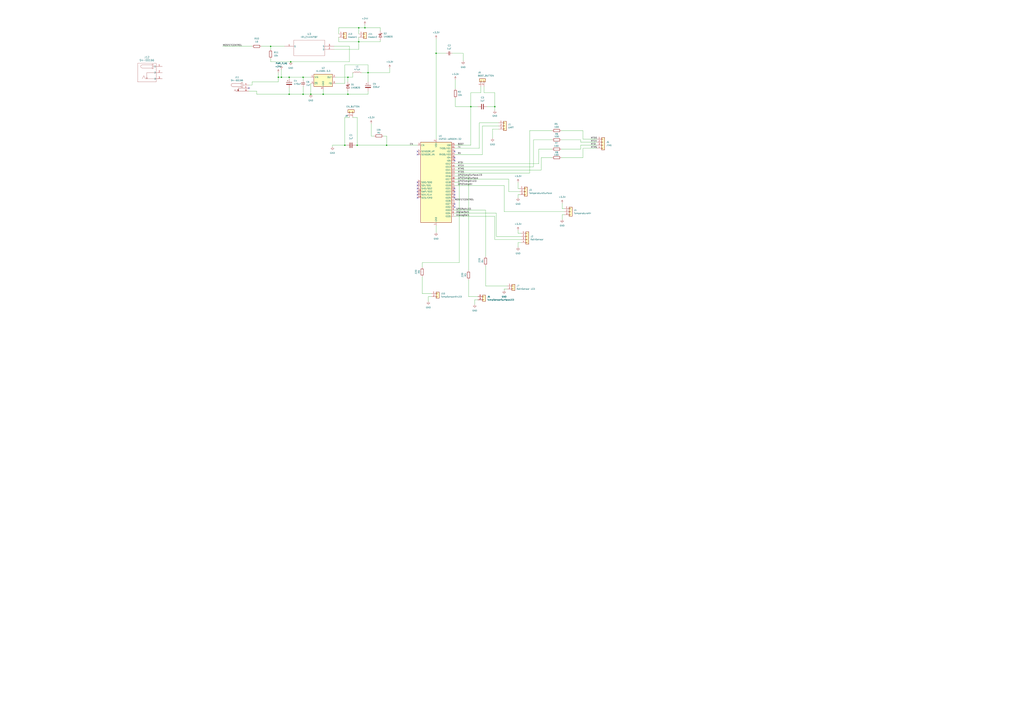
<source format=kicad_sch>
(kicad_sch (version 20250114) (generator "eeschema") (generator_version "9.0")
  (paper "A1")
  (lib_symbols
    (symbol "2025-02-28_21-13-51:54-00166" (pin_names (offset 0.254))
      (property "Reference" "J" (at -12.7 7.62 0))
      (property "Value" "54-00166" (at 0 0 0))
      (symbol "54-00166_1_1"
        (polyline (pts (xy -20.32 2.54) (xy -20.32 -12.7)) (stroke (width 0.127)))
        (polyline (pts (xy -20.32 -12.7) (xy -5.08 -12.7)) (stroke (width 0.127)))
        (arc (start -16.51 -1.27) (mid -17.7744 0) (end -16.51 1.27) (stroke (width 0.127)))
        (polyline (pts (xy -15.24 -7.62) (xy -16.51 -10.16)) (stroke (width 0.127)))
        (polyline (pts (xy -13.97 -10.16) (xy -15.24 -7.62)) (stroke (width 0.127)))
        (polyline (pts (xy -12.7 -5.08) (xy -12.7 -10.16)) (stroke (width 0.127)))
        (polyline (pts (xy -12.7 -10.16) (xy -13.335 -8.89)) (stroke (width 0.127)))
        (polyline (pts (xy -12.7 -10.16) (xy -12.065 -8.89)) (stroke (width 0.127)))
        (polyline (pts (xy -8.255 1.905) (xy -8.255 -1.905)) (stroke (width 0.127)))
        (polyline (pts (xy -8.255 1.905) (xy -7.62 1.905)) (stroke (width 0.127)))
        (polyline (pts (xy -8.255 1.27) (xy -16.51 1.27)) (stroke (width 0.127)))
        (polyline (pts (xy -8.255 -1.27) (xy -16.51 -1.27)) (stroke (width 0.127)))
        (polyline (pts (xy -8.255 -1.905) (xy -7.62 -1.905)) (stroke (width 0.127)))
        (polyline (pts (xy -7.62 -1.905) (xy -7.62 1.905)) (stroke (width 0.127)))
        (polyline (pts (xy -5.08 2.54) (xy -20.32 2.54)) (stroke (width 0.127)))
        (polyline (pts (xy -5.08 0) (xy -7.62 0)) (stroke (width 0.127)))
        (polyline (pts (xy -5.08 -5.08) (xy -12.7 -5.08)) (stroke (width 0.127)))
        (polyline (pts (xy -5.08 -10.16) (xy -13.97 -10.16)) (stroke (width 0.127)))
        (polyline (pts (xy -5.08 -12.7) (xy -5.08 2.54)) (stroke (width 0.127)))
        (pin unspecified line (at 0 0 180) (length 5.08) (name "1") (number "1"))
        (pin unspecified line (at 0 -5.08 180) (length 5.08) (name "2") (number "2"))
        (pin unspecified line (at 0 -10.16 180) (length 5.08) (name "3") (number "3"))
      )
      (symbol "54-00166_1_2"
        (polyline (pts (xy -12.7 2.54) (xy -12.7 -7.62)) (stroke (width 0.127)))
        (polyline (pts (xy -12.7 -7.62) (xy -5.08 -7.62)) (stroke (width 0.127)))
        (polyline (pts (xy -10.16 0) (xy -8.89 0.8467)) (stroke (width 0.127)))
        (polyline (pts (xy -10.16 0) (xy -8.89 -0.8467)) (stroke (width 0.127)))
        (polyline (pts (xy -10.16 0) (xy -5.08 0)) (stroke (width 0.127)))
        (polyline (pts (xy -10.16 -2.54) (xy -8.89 -1.6933)) (stroke (width 0.127)))
        (polyline (pts (xy -10.16 -2.54) (xy -8.89 -3.3867)) (stroke (width 0.127)))
        (polyline (pts (xy -10.16 -2.54) (xy -5.08 -2.54)) (stroke (width 0.127)))
        (polyline (pts (xy -10.16 -5.08) (xy -8.89 -4.2333)) (stroke (width 0.127)))
        (polyline (pts (xy -10.16 -5.08) (xy -8.89 -5.9267)) (stroke (width 0.127)))
        (polyline (pts (xy -10.16 -5.08) (xy -5.08 -5.08)) (stroke (width 0.127)))
        (polyline (pts (xy -5.08 2.54) (xy -12.7 2.54)) (stroke (width 0.127)))
        (polyline (pts (xy -5.08 -7.62) (xy -5.08 2.54)) (stroke (width 0.127)))
        (pin unspecified line (at 0 0 180) (length 5.08) (name "1") (number "1"))
        (pin unspecified line (at 0 -2.54 180) (length 5.08) (name "2") (number "2"))
        (pin unspecified line (at 0 -5.08 180) (length 5.08) (name "3") (number "3"))
      )
    )
    (symbol "2025-03-01_18-42-33:IRLZ44NPBF" (pin_names (offset 0.254))
      (property "Reference" "U" (at 20.32 10.16 0))
      (property "Value" "IRLZ44NPBF" (at 20.32 7.62 0))
      (symbol "IRLZ44NPBF_0_1"
        (polyline (pts (xy 7.62 5.08) (xy 7.62 -7.62)) (stroke (width 0.127)))
        (polyline (pts (xy 7.62 -7.62) (xy 33.02 -7.62)) (stroke (width 0.127)))
        (polyline (pts (xy 33.02 5.08) (xy 7.62 5.08)) (stroke (width 0.127)))
        (polyline (pts (xy 33.02 -7.62) (xy 33.02 5.08)) (stroke (width 0.127)))
        (pin unspecified line (at 0 0 0) (length 7.62) (name "G") (number "1"))
        (pin unspecified line (at 40.64 0 180) (length 7.62) (name "S") (number "3"))
        (pin unspecified line (at 40.64 -2.54 180) (length 7.62) (name "D") (number "2"))
      )
    )
    (symbol "54-00166:54-00166" (pin_names (offset 1.016))
      (property "Reference" "J" (at -7.62 5.08 0))
      (property "Value" "54-00166" (at -7.62 -5.08 0))
      (symbol "54-00166_0_0"
        (polyline (pts (xy -8.255 3.81) (xy -1.27 3.81)) (stroke (width 0.1524)))
        (arc (start -8.255 1.27) (mid -9.5194 2.54) (end -8.255 3.81) (stroke (width 0.1524)))
        (polyline (pts (xy -6.35 -1.27) (xy -6.985 -2.54)) (stroke (width 0.1524)))
        (polyline (pts (xy -5.715 -2.54) (xy -6.35 -1.27)) (stroke (width 0.1524)))
        (polyline (pts (xy -3.81 0) (xy -3.81 -2.54)) (stroke (width 0.1524)))
        (polyline (pts (xy -3.81 -2.54) (xy -4.318 -1.27) (xy -3.302 -1.27) (xy -3.81 -2.54)) (stroke (width 0.1524)) (fill (type outline)))
        (polyline (pts (xy -1.27 4.445) (xy -1.27 3.81)) (stroke (width 0.1524)))
        (polyline (pts (xy -1.27 3.81) (xy -1.27 1.27)) (stroke (width 0.1524)))
        (polyline (pts (xy -1.27 1.27) (xy -8.255 1.27)) (stroke (width 0.1524)))
        (polyline (pts (xy -1.27 1.27) (xy -1.27 0.635)) (stroke (width 0.1524)))
        (polyline (pts (xy -1.27 0.635) (xy 0 0.635)) (stroke (width 0.1524)))
        (polyline (pts (xy 0 4.445) (xy -1.27 4.445)) (stroke (width 0.1524)))
        (polyline (pts (xy 0 0.635) (xy 0 4.445)) (stroke (width 0.1524)))
        (polyline (pts (xy 0 0) (xy -3.81 0)) (stroke (width 0.1524)))
        (polyline (pts (xy 0 -2.54) (xy -5.715 -2.54)) (stroke (width 0.1524)))
        (pin passive line (at 5.08 2.54 180) (length 5.08) (name "~") (number "A"))
        (pin passive line (at 5.08 0 180) (length 5.08) (name "~") (number "C"))
        (pin passive line (at 5.08 -2.54 180) (length 5.08) (name "~") (number "B"))
      )
    )
    (symbol "Connector_Generic:Conn_01x02" (pin_names (offset 1.016) (hide yes))
      (property "Reference" "J" (at 0 2.54 0))
      (property "Value" "Conn_01x02" (at 0 -5.08 0))
      (symbol "Conn_01x02_1_1"
        (rectangle (start -1.27 1.27) (end 1.27 -3.81) (stroke (width 0.254)) (fill (type background)))
        (rectangle (start -1.27 0.127) (end 0 -0.127) (stroke (width 0.1524)))
        (rectangle (start -1.27 -2.413) (end 0 -2.667) (stroke (width 0.1524)))
        (pin passive line (at -5.08 0 0) (length 3.81) (name "Pin_1") (number "1"))
        (pin passive line (at -5.08 -2.54 0) (length 3.81) (name "Pin_2") (number "2"))
      )
    )
    (symbol "Connector_Generic:Conn_01x03" (pin_names (offset 1.016) (hide yes))
      (property "Reference" "J" (at 0 5.08 0))
      (property "Value" "Conn_01x03" (at 0 -5.08 0))
      (symbol "Conn_01x03_1_1"
        (rectangle (start -1.27 3.81) (end 1.27 -3.81) (stroke (width 0.254)) (fill (type background)))
        (rectangle (start -1.27 2.667) (end 0 2.413) (stroke (width 0.1524)))
        (rectangle (start -1.27 0.127) (end 0 -0.127) (stroke (width 0.1524)))
        (rectangle (start -1.27 -2.413) (end 0 -2.667) (stroke (width 0.1524)))
        (pin passive line (at -5.08 2.54 0) (length 3.81) (name "Pin_1") (number "1"))
        (pin passive line (at -5.08 0 0) (length 3.81) (name "Pin_2") (number "2"))
        (pin passive line (at -5.08 -2.54 0) (length 3.81) (name "Pin_3") (number "3"))
      )
    )
    (symbol "Connector_Generic:Conn_01x04" (pin_names (offset 1.016) (hide yes))
      (property "Reference" "J" (at 0 5.08 0))
      (property "Value" "Conn_01x04" (at 0 -7.62 0))
      (symbol "Conn_01x04_1_1"
        (rectangle (start -1.27 3.81) (end 1.27 -6.35) (stroke (width 0.254)) (fill (type background)))
        (rectangle (start -1.27 2.667) (end 0 2.413) (stroke (width 0.1524)))
        (rectangle (start -1.27 0.127) (end 0 -0.127) (stroke (width 0.1524)))
        (rectangle (start -1.27 -2.413) (end 0 -2.667) (stroke (width 0.1524)))
        (rectangle (start -1.27 -4.953) (end 0 -5.207) (stroke (width 0.1524)))
        (pin passive line (at -5.08 2.54 0) (length 3.81) (name "Pin_1") (number "1"))
        (pin passive line (at -5.08 0 0) (length 3.81) (name "Pin_2") (number "2"))
        (pin passive line (at -5.08 -2.54 0) (length 3.81) (name "Pin_3") (number "3"))
        (pin passive line (at -5.08 -5.08 0) (length 3.81) (name "Pin_4") (number "4"))
      )
    )
    (symbol "Device:C" (pin_numbers (hide yes)) (pin_names (offset 0.254))
      (property "Reference" "C" (at 0.635 2.54 0))
      (property "Value" "C" (at 0.635 -2.54 0))
      (symbol "C_0_1"
        (polyline (pts (xy -2.032 0.762) (xy 2.032 0.762)) (stroke (width 0.508)))
        (polyline (pts (xy -2.032 -0.762) (xy 2.032 -0.762)) (stroke (width 0.508)))
      )
      (symbol "C_1_1"
        (pin passive line (at 0 3.81 270) (length 2.794) (name "~") (number "1"))
        (pin passive line (at 0 -3.81 90) (length 2.794) (name "~") (number "2"))
      )
    )
    (symbol "Device:C_Polarized" (pin_numbers (hide yes)) (pin_names (offset 0.254))
      (property "Reference" "C" (at 0.635 2.54 0))
      (property "Value" "C_Polarized" (at 0.635 -2.54 0))
      (symbol "C_Polarized_0_1"
        (rectangle (start -2.286 0.508) (end 2.286 1.016))
        (polyline (pts (xy -1.778 2.286) (xy -0.762 2.286)))
        (polyline (pts (xy -1.27 2.794) (xy -1.27 1.778)))
        (rectangle (start 2.286 -0.508) (end -2.286 -1.016) (fill (type outline)))
      )
      (symbol "C_Polarized_1_1"
        (pin passive line (at 0 3.81 270) (length 2.794) (name "~") (number "1"))
        (pin passive line (at 0 -3.81 90) (length 2.794) (name "~") (number "2"))
      )
    )
    (symbol "Device:C_Small" (pin_numbers (hide yes)) (pin_names (offset 0.254) (hide yes))
      (property "Reference" "C" (at 0.254 1.778 0))
      (property "Value" "C_Small" (at 0.254 -2.032 0))
      (symbol "C_Small_0_1"
        (polyline (pts (xy -1.524 0.508) (xy 1.524 0.508)) (stroke (width 0.3048)))
        (polyline (pts (xy -1.524 -0.508) (xy 1.524 -0.508)) (stroke (width 0.3302)))
      )
      (symbol "C_Small_1_1"
        (pin passive line (at 0 2.54 270) (length 2.032) (name "~") (number "1"))
        (pin passive line (at 0 -2.54 90) (length 2.032) (name "~") (number "2"))
      )
    )
    (symbol "Device:L" (pin_numbers (hide yes)) (pin_names (offset 1.016) (hide yes))
      (property "Reference" "L" (at -1.27 0 90))
      (property "Value" "L" (at 1.905 0 90))
      (symbol "L_0_1"
        (arc (start 0 2.54) (mid 0.6323 1.905) (end 0 1.27))
        (arc (start 0 1.27) (mid 0.6323 0.635) (end 0 0))
        (arc (start 0 0) (mid 0.6323 -0.635) (end 0 -1.27))
        (arc (start 0 -1.27) (mid 0.6323 -1.905) (end 0 -2.54))
      )
      (symbol "L_1_1"
        (pin passive line (at 0 3.81 270) (length 1.27) (name "1") (number "1"))
        (pin passive line (at 0 -3.81 90) (length 1.27) (name "2") (number "2"))
      )
    )
    (symbol "Device:R" (pin_numbers (hide yes)) (pin_names (offset 0))
      (property "Reference" "R" (at 2.032 0 90))
      (property "Value" "R" (at 0 0 90))
      (symbol "R_0_1"
        (rectangle (start -1.016 -2.54) (end 1.016 2.54) (stroke (width 0.254)))
      )
      (symbol "R_1_1"
        (pin passive line (at 0 3.81 270) (length 1.27) (name "~") (number "1"))
        (pin passive line (at 0 -3.81 90) (length 1.27) (name "~") (number "2"))
      )
    )
    (symbol "Diode:1N5820" (pin_numbers (hide yes)) (pin_names (offset 1.016) (hide yes))
      (property "Reference" "D" (at 0 2.54 0))
      (property "Value" "1N5820" (at 0 -2.54 0))
      (symbol "1N5820_0_1"
        (polyline (pts (xy -1.905 0.635) (xy -1.905 1.27) (xy -1.27 1.27) (xy -1.27 -1.27) (xy -0.635 -1.27) (xy -0.635 -0.635)) (stroke (width 0.254)))
        (polyline (pts (xy 1.27 1.27) (xy 1.27 -1.27) (xy -1.27 0) (xy 1.27 1.27)) (stroke (width 0.254)))
        (polyline (pts (xy 1.27 0) (xy -1.27 0)))
      )
      (symbol "1N5820_1_1"
        (pin passive line (at -3.81 0 0) (length 2.54) (name "K") (number "1"))
        (pin passive line (at 3.81 0 180) (length 2.54) (name "A") (number "2"))
      )
    )
    (symbol "ESP32-WROOM-32_1"
      (property "Reference" "U" (at -12.7 34.29 0))
      (property "Value" "ESP32-WROOM-32" (at 1.27 34.29 0))
      (symbol "ESP32-WROOM-32_1_0_1"
        (rectangle (start -12.7 33.02) (end 12.7 -33.02) (stroke (width 0.254)) (fill (type background)))
      )
      (symbol "ESP32-WROOM-32_1_1_1"
        (pin input line (at -15.24 30.48 0) (length 2.54) (name "EN") (number "3"))
        (pin input line (at -15.24 25.4 0) (length 2.54) (name "SENSOR_VP") (number "4"))
        (pin input line (at -15.24 22.86 0) (length 2.54) (name "SENSOR_VN") (number "5"))
        (pin bidirectional line (at -15.24 0 0) (length 2.54) (name "SDO/SD0") (number "21"))
        (pin bidirectional line (at -15.24 -2.54 0) (length 2.54) (name "SDI/SD1") (number "22"))
        (pin bidirectional line (at -15.24 -5.08 0) (length 2.54) (name "SHD/SD2") (number "17"))
        (pin bidirectional line (at -15.24 -7.62 0) (length 2.54) (name "SWP/SD3") (number "18"))
        (pin bidirectional line (at -15.24 -10.16 0) (length 2.54) (name "SCK/CLK") (number "20"))
        (pin bidirectional line (at -15.24 -12.7 0) (length 2.54) (name "SCS/CMD") (number "19"))
        (pin no_connect line (at -12.7 -27.94 0) (length 2.54) (hide yes) (name "NC") (number "32"))
        (pin power_in line (at 0 35.56 270) (length 2.54) (name "VDD") (number "2"))
        (pin power_in line (at 0 -35.56 90) (length 2.54) (name "GND") (number "1"))
        (pin passive line (at 0 -35.56 90) (length 2.54) (hide yes) (name "GND") (number "15"))
        (pin passive line (at 0 -35.56 90) (length 2.54) (hide yes) (name "GND") (number "38"))
        (pin passive line (at 0 -35.56 90) (length 2.54) (hide yes) (name "GND") (number "39"))
        (pin bidirectional line (at 15.24 30.48 180) (length 2.54) (name "IO0") (number "25"))
        (pin bidirectional line (at 15.24 27.94 180) (length 2.54) (name "TXD0/IO1") (number "35"))
        (pin bidirectional line (at 15.24 25.4 180) (length 2.54) (name "IO2") (number "24"))
        (pin bidirectional line (at 15.24 22.86 180) (length 2.54) (name "RXD0/IO3") (number "34"))
        (pin bidirectional line (at 15.24 20.32 180) (length 2.54) (name "IO4") (number "26"))
        (pin bidirectional line (at 15.24 17.78 180) (length 2.54) (name "IO5") (number "29"))
        (pin bidirectional line (at 15.24 15.24 180) (length 2.54) (name "IO12") (number "14"))
        (pin bidirectional line (at 15.24 12.7 180) (length 2.54) (name "IO13") (number "16"))
        (pin bidirectional line (at 15.24 10.16 180) (length 2.54) (name "IO14") (number "13"))
        (pin bidirectional line (at 15.24 7.62 180) (length 2.54) (name "IO15") (number "23"))
        (pin bidirectional line (at 15.24 5.08 180) (length 2.54) (name "IO16") (number "27"))
        (pin bidirectional line (at 15.24 2.54 180) (length 2.54) (name "IO17") (number "28"))
        (pin bidirectional line (at 15.24 0 180) (length 2.54) (name "IO18") (number "30"))
        (pin bidirectional line (at 15.24 -2.54 180) (length 2.54) (name "IO19") (number "31"))
        (pin bidirectional line (at 15.24 -5.08 180) (length 2.54) (name "IO21") (number "33"))
        (pin bidirectional line (at 15.24 -7.62 180) (length 2.54) (name "IO22") (number "36"))
        (pin bidirectional line (at 15.24 -10.16 180) (length 2.54) (name "IO23") (number "37"))
        (pin bidirectional line (at 15.24 -12.7 180) (length 2.54) (name "IO25") (number "10"))
        (pin bidirectional line (at 15.24 -15.24 180) (length 2.54) (name "IO26") (number "11"))
        (pin bidirectional line (at 15.24 -17.78 180) (length 2.54) (name "IO27") (number "12"))
        (pin bidirectional line (at 15.24 -20.32 180) (length 2.54) (name "IO32") (number "8"))
        (pin bidirectional line (at 15.24 -22.86 180) (length 2.54) (name "IO33") (number "9"))
        (pin input line (at 15.24 -25.4 180) (length 2.54) (name "IO34") (number "6"))
        (pin input line (at 15.24 -27.94 180) (length 2.54) (name "IO35") (number "7"))
      )
    )
    (symbol "Regulator_Switching:XL1509-3.3"
      (property "Reference" "U" (at -7.112 6.096 0))
      (property "Value" "XL1509-3.3" (at 5.842 6.096 0))
      (symbol "XL1509-3.3_0_1"
        (rectangle (start -7.62 5.08) (end 7.62 -5.08) (stroke (width 0.254)) (fill (type background)))
      )
      (symbol "XL1509-3.3_1_1"
        (pin power_in line (at -10.16 2.54 0) (length 2.54) (name "VIN") (number "1"))
        (pin input line (at -10.16 -2.54 0) (length 2.54) (name "~{EN}") (number "4"))
        (pin power_in line (at 0 -7.62 90) (length 2.54) (name "GND") (number "5"))
        (pin passive line (at 0 -7.62 90) (length 2.54) (hide yes) (name "GND") (number "6"))
        (pin passive line (at 0 -7.62 90) (length 2.54) (hide yes) (name "GND") (number "7"))
        (pin passive line (at 0 -7.62 90) (length 2.54) (hide yes) (name "GND") (number "8"))
        (pin power_out line (at 10.16 2.54 180) (length 2.54) (name "OUT") (number "2"))
        (pin input line (at 10.16 -2.54 180) (length 2.54) (name "FB") (number "3"))
      )
    )
    (symbol "power:+3.3V" (power) (pin_names (offset 0))
      (property "Value" "+3.3V" (at 0 3.556 0))
      (symbol "+3.3V_0_1"
        (polyline (pts (xy -0.762 1.27) (xy 0 2.54)))
        (polyline (pts (xy 0 2.54) (xy 0.762 1.27)))
        (polyline (pts (xy 0 0) (xy 0 2.54)))
      )
      (symbol "+3.3V_1_1"
        (pin power_in line (at 0 0 90) (length 0) (hide yes) (name "+3.3V") (number "1"))
      )
    )
    (symbol "power:GND" (power) (pin_names (offset 0))
      (property "Value" "GND" (at 0 -3.81 0))
      (symbol "GND_0_1"
        (polyline (pts (xy 0 0) (xy 0 -1.27) (xy 1.27 -1.27) (xy 0 -2.54) (xy -1.27 -1.27) (xy 0 -1.27)))
      )
      (symbol "GND_1_1"
        (pin power_in line (at 0 0 270) (length 0) (hide yes) (name "GND") (number "1"))
      )
    )
    (symbol "power:PWR_FLAG" (power) (pin_numbers (hide yes)) (pin_names (offset 0) (hide yes))
      (property "Value" "PWR_FLAG" (at 0 3.81 0))
      (symbol "PWR_FLAG_0_0"
        (pin power_out line (at 0 0 90) (length 0) (name "pwr") (number "1"))
      )
      (symbol "PWR_FLAG_0_1"
        (polyline (pts (xy 0 0) (xy 0 1.27) (xy -1.016 1.905) (xy 0 2.54) (xy 1.016 1.905) (xy 0 1.27)))
      )
    )
  )
  (junction (at 238.76 50.8))
  (junction (at 228.6 63.5))
  (junction (at 302.26 59.69))
  (junction (at 237.49 77.47))
  (junction (at 237.49 63.5))
  (junction (at 285.75 63.5))
  (junction (at 293.37 119.38))
  (junction (at 248.92 63.5))
  (junction (at 317.5 119.38))
  (junction (at 299.72 22.86))
  (junction (at 283.21 119.38))
  (junction (at 294.64 34.29))
  (junction (at 358.14 43.815))
  (junction (at 265.43 77.47))
  (junction (at 255.27 77.47))
  (junction (at 231.14 63.5))
  (junction (at 222.25 38.1))
  (junction (at 294.64 22.86))
  (junction (at 386.715 87.63))
  (junction (at 285.75 77.47))
  (junction (at 406.4 87.63))
  (junction (at 248.92 77.47))
  (no_connect (at 373.38 124.46))
  (no_connect (at 342.9 124.46))
  (no_connect (at 373.38 129.54))
  (no_connect (at 342.9 154.94))
  (no_connect (at 373.38 170.18))
  (no_connect (at 373.38 160.02))
  (no_connect (at 373.38 154.94))
  (no_connect (at 342.9 162.56))
  (no_connect (at 342.9 149.86))
  (no_connect (at 373.38 167.64))
  (no_connect (at 373.38 162.56))
  (no_connect (at 373.38 157.48))
  (no_connect (at 342.9 160.02))
  (no_connect (at 204.47 72.39))
  (no_connect (at 373.38 132.08))
  (no_connect (at 342.9 152.4))
  (no_connect (at 342.9 157.48))
  (no_connect (at 342.9 127))
  (wire (pts (xy 373.38 119.38) (xy 386.715 119.38)))
  (wire (pts (xy 396.24 103.505) (xy 396.24 127)))
  (wire (pts (xy 438.15 137.16) (xy 438.15 114.935)))
  (wire (pts (xy 398.78 172.72) (xy 398.78 210.82)))
  (wire (pts (xy 373.38 134.62) (xy 442.595 134.62)))
  (wire (pts (xy 312.42 25.4) (xy 312.42 22.86)))
  (wire (pts (xy 476.885 114.935) (xy 476.885 116.84)))
  (wire (pts (xy 461.01 129.54) (xy 478.79 129.54)))
  (wire (pts (xy 386.715 87.63) (xy 374.015 87.63)))
  (wire (pts (xy 373.38 127) (xy 396.24 127)))
  (wire (pts (xy 231.14 63.5) (xy 237.49 63.5)))
  (wire (pts (xy 351.79 243.84) (xy 351.79 247.65)))
  (wire (pts (xy 207.01 69.85) (xy 204.47 69.85)))
  (wire (pts (xy 317.5 111.76) (xy 314.96 111.76)))
  (wire (pts (xy 426.72 154.94) (xy 425.45 154.94)))
  (wire (pts (xy 237.49 72.39) (xy 237.49 77.47)))
  (wire (pts (xy 373.38 137.16) (xy 438.15 137.16)))
  (wire (pts (xy 371.475 43.815) (xy 380.365 43.815)))
  (wire (pts (xy 228.6 59.69) (xy 228.6 63.5)))
  (wire (pts (xy 222.25 38.1) (xy 222.25 40.64)))
  (wire (pts (xy 285.75 77.47) (xy 265.43 77.47)))
  (wire (pts (xy 407.67 194.31) (xy 427.99 194.31)))
  (wire (pts (xy 283.21 119.38) (xy 284.48 119.38)))
  (wire (pts (xy 434.975 107.315) (xy 453.39 107.315)))
  (wire (pts (xy 346.71 227.33) (xy 346.71 241.3)))
  (wire (pts (xy 204.47 74.93) (xy 210.82 74.93)))
  (wire (pts (xy 278.13 27.94) (xy 278.13 22.86)))
  (wire (pts (xy 373.38 177.8) (xy 406.4 177.8)))
  (wire (pts (xy 285.75 63.5) (xy 285.75 67.31)))
  (wire (pts (xy 461.645 176.53) (xy 461.645 180.34)))
  (wire (pts (xy 293.37 96.52) (xy 293.37 119.38)))
  (wire (pts (xy 392.43 246.38) (xy 389.89 246.38)))
  (wire (pts (xy 287.02 50.8) (xy 287.02 38.1)))
  (wire (pts (xy 358.14 185.42) (xy 358.14 191.135)))
  (wire (pts (xy 302.26 59.69) (xy 302.26 67.31)))
  (wire (pts (xy 386.715 87.63) (xy 392.43 87.63)))
  (wire (pts (xy 438.15 114.935) (xy 453.39 114.935)))
  (wire (pts (xy 283.21 68.58) (xy 283.21 53.34)))
  (wire (pts (xy 293.37 119.38) (xy 317.5 119.38)))
  (wire (pts (xy 312.42 33.02) (xy 312.42 34.29)))
  (wire (pts (xy 425.45 203.2) (xy 425.45 199.39)))
  (wire (pts (xy 283.21 96.52) (xy 283.21 119.38)))
  (wire (pts (xy 287.02 38.1) (xy 274.32 38.1)))
  (wire (pts (xy 302.26 77.47) (xy 285.75 77.47)))
  (wire (pts (xy 214.63 38.1) (xy 222.25 38.1)))
  (wire (pts (xy 312.42 34.29) (xy 294.64 34.29)))
  (wire (pts (xy 389.89 246.38) (xy 389.89 250.19)))
  (wire (pts (xy 320.04 59.69) (xy 302.26 59.69)))
  (wire (pts (xy 373.38 149.86) (xy 377.19 149.86)))
  (wire (pts (xy 442.595 122.555) (xy 453.39 122.555)))
  (wire (pts (xy 207.01 67.31) (xy 228.6 67.31)))
  (wire (pts (xy 406.4 87.63) (xy 406.4 90.805)))
  (wire (pts (xy 373.38 172.72) (xy 398.78 172.72)))
  (wire (pts (xy 478.79 114.3) (xy 490.22 114.3)))
  (wire (pts (xy 386.715 76.2) (xy 394.97 76.2)))
  (wire (pts (xy 396.24 103.505) (xy 409.575 103.505)))
  (wire (pts (xy 461.01 114.935) (xy 476.885 114.935)))
  (wire (pts (xy 317.5 119.38) (xy 317.5 111.76)))
  (wire (pts (xy 228.6 63.5) (xy 231.14 63.5)))
  (wire (pts (xy 417.83 147.32) (xy 417.83 157.48)))
  (wire (pts (xy 255.27 68.58) (xy 255.27 77.47)))
  (wire (pts (xy 222.25 50.8) (xy 238.76 50.8)))
  (wire (pts (xy 426.72 160.02) (xy 425.45 160.02)))
  (wire (pts (xy 425.45 199.39) (xy 427.99 199.39)))
  (wire (pts (xy 228.6 67.31) (xy 228.6 63.5)))
  (wire (pts (xy 476.885 122.555) (xy 476.885 119.38)))
  (wire (pts (xy 292.1 119.38) (xy 293.37 119.38)))
  (wire (pts (xy 377.19 149.86) (xy 377.19 215.9)))
  (wire (pts (xy 427.99 191.77) (xy 425.45 191.77)))
  (wire (pts (xy 393.7 121.92) (xy 393.7 100.965)))
  (wire (pts (xy 275.59 63.5) (xy 285.75 63.5)))
  (wire (pts (xy 406.4 87.63) (xy 406.4 76.2)))
  (wire (pts (xy 237.49 77.47) (xy 248.92 77.47)))
  (wire (pts (xy 293.37 96.52) (xy 289.56 96.52)))
  (wire (pts (xy 248.92 71.12) (xy 248.92 77.47)))
  (wire (pts (xy 237.49 64.77) (xy 237.49 63.5)))
  (wire (pts (xy 275.59 68.58) (xy 283.21 68.58)))
  (wire (pts (xy 380.365 43.815) (xy 380.365 50.165)))
  (wire (pts (xy 342.9 119.38) (xy 317.5 119.38)))
  (wire (pts (xy 222.25 38.1) (xy 233.68 38.1)))
  (wire (pts (xy 294.64 22.86) (xy 294.64 27.94)))
  (wire (pts (xy 406.4 196.85) (xy 427.99 196.85)))
  (wire (pts (xy 398.78 234.95) (xy 416.56 234.95)))
  (wire (pts (xy 414.02 152.4) (xy 414.02 173.99)))
  (wire (pts (xy 476.885 116.84) (xy 490.22 116.84)))
  (wire (pts (xy 285.75 63.5) (xy 289.56 63.5)))
  (wire (pts (xy 302.26 74.93) (xy 302.26 77.47)))
  (wire (pts (xy 386.715 87.63) (xy 386.715 76.2)))
  (wire (pts (xy 248.92 63.5) (xy 255.27 63.5)))
  (wire (pts (xy 444.5 129.54) (xy 453.39 129.54)))
  (wire (pts (xy 304.8 111.76) (xy 304.8 101.6)))
  (wire (pts (xy 417.83 157.48) (xy 426.72 157.48)))
  (wire (pts (xy 406.4 177.8) (xy 406.4 196.85)))
  (wire (pts (xy 237.49 63.5) (xy 248.92 63.5)))
  (wire (pts (xy 463.55 171.45) (xy 461.645 171.45)))
  (wire (pts (xy 425.45 154.94) (xy 425.45 149.86)))
  (wire (pts (xy 358.14 43.815) (xy 366.395 43.815)))
  (wire (pts (xy 394.97 76.2) (xy 394.97 71.12)))
  (wire (pts (xy 373.38 142.24) (xy 434.975 142.24)))
  (wire (pts (xy 294.64 30.48) (xy 294.64 34.29)))
  (wire (pts (xy 307.34 111.76) (xy 304.8 111.76)))
  (wire (pts (xy 285.75 74.93) (xy 285.75 77.47)))
  (wire (pts (xy 294.64 34.29) (xy 294.64 40.64)))
  (wire (pts (xy 397.51 76.2) (xy 406.4 76.2)))
  (wire (pts (xy 478.79 121.92) (xy 490.22 121.92)))
  (wire (pts (xy 461.645 171.45) (xy 461.645 167.005)))
  (wire (pts (xy 278.13 22.86) (xy 294.64 22.86)))
  (wire (pts (xy 373.38 175.26) (xy 407.67 175.26)))
  (wire (pts (xy 386.715 119.38) (xy 386.715 87.63)))
  (wire (pts (xy 377.19 215.9) (xy 346.71 215.9)))
  (wire (pts (xy 373.38 152.4) (xy 414.02 152.4)))
  (wire (pts (xy 248.92 77.47) (xy 255.27 77.47)))
  (wire (pts (xy 238.76 50.8) (xy 287.02 50.8)))
  (wire (pts (xy 210.82 77.47) (xy 237.49 77.47)))
  (wire (pts (xy 478.79 129.54) (xy 478.79 121.92)))
  (wire (pts (xy 409.575 106.045) (xy 404.495 106.045)))
  (wire (pts (xy 283.21 119.38) (xy 273.05 119.38)))
  (wire (pts (xy 397.51 76.2) (xy 397.51 71.12)))
  (wire (pts (xy 283.21 96.52) (xy 287.02 96.52)))
  (wire (pts (xy 384.81 229.87) (xy 384.81 243.84)))
  (wire (pts (xy 416.56 237.49) (xy 414.02 237.49)))
  (wire (pts (xy 358.14 43.815) (xy 358.14 114.3)))
  (wire (pts (xy 294.64 22.86) (xy 299.72 22.86)))
  (wire (pts (xy 320.04 55.88) (xy 320.04 59.69)))
  (wire (pts (xy 265.43 73.66) (xy 265.43 77.47)))
  (wire (pts (xy 414.02 173.99) (xy 463.55 173.99)))
  (wire (pts (xy 373.38 139.7) (xy 444.5 139.7)))
  (wire (pts (xy 231.14 57.15) (xy 231.14 63.5)))
  (wire (pts (xy 384.81 243.84) (xy 392.43 243.84)))
  (wire (pts (xy 400.05 87.63) (xy 406.4 87.63)))
  (wire (pts (xy 210.82 77.47) (xy 210.82 74.93)))
  (wire (pts (xy 434.975 107.315) (xy 434.975 142.24)))
  (wire (pts (xy 358.14 31.75) (xy 358.14 43.815)))
  (wire (pts (xy 265.43 77.47) (xy 255.27 77.47)))
  (wire (pts (xy 274.32 40.64) (xy 294.64 40.64)))
  (wire (pts (xy 398.78 218.44) (xy 398.78 234.95)))
  (wire (pts (xy 461.01 122.555) (xy 476.885 122.555)))
  (wire (pts (xy 393.7 100.965) (xy 409.575 100.965)))
  (wire (pts (xy 278.13 30.48) (xy 278.13 34.29)))
  (wire (pts (xy 373.38 121.92) (xy 393.7 121.92)))
  (wire (pts (xy 444.5 139.7) (xy 444.5 129.54)))
  (wire (pts (xy 222.25 48.26) (xy 222.25 50.8)))
  (wire (pts (xy 278.13 34.29) (xy 294.64 34.29)))
  (wire (pts (xy 283.21 53.34) (xy 302.26 53.34)))
  (wire (pts (xy 182.88 38.1) (xy 207.01 38.1)))
  (wire (pts (xy 442.595 134.62) (xy 442.595 122.555)))
  (wire (pts (xy 407.67 175.26) (xy 407.67 194.31)))
  (wire (pts (xy 346.71 241.3) (xy 354.33 241.3)))
  (wire (pts (xy 478.79 107.315) (xy 478.79 114.3)))
  (wire (pts (xy 404.495 106.045) (xy 404.495 113.665)))
  (wire (pts (xy 373.38 144.78) (xy 384.81 144.78)))
  (wire (pts (xy 461.01 107.315) (xy 478.79 107.315)))
  (wire (pts (xy 374.015 65.405) (xy 374.015 73.025)))
  (wire (pts (xy 302.26 53.34) (xy 302.26 59.69)))
  (wire (pts (xy 273.05 119.38) (xy 273.05 120.65)))
  (wire (pts (xy 463.55 176.53) (xy 461.645 176.53)))
  (wire (pts (xy 289.56 63.5) (xy 289.56 59.69)))
  (wire (pts (xy 425.45 191.77) (xy 425.45 189.23)))
  (wire (pts (xy 354.33 243.84) (xy 351.79 243.84)))
  (wire (pts (xy 384.81 144.78) (xy 384.81 222.25)))
  (wire (pts (xy 414.02 237.49) (xy 414.02 238.76)))
  (wire (pts (xy 299.72 22.86) (xy 299.72 20.32)))
  (wire (pts (xy 248.92 66.04) (xy 248.92 63.5)))
  (wire (pts (xy 302.26 59.69) (xy 297.18 59.69)))
  (wire (pts (xy 207.01 67.31) (xy 207.01 69.85)))
  (wire (pts (xy 425.45 160.02) (xy 425.45 162.56)))
  (wire (pts (xy 346.71 215.9) (xy 346.71 219.71)))
  (wire (pts (xy 374.015 87.63) (xy 374.015 80.645)))
  (wire (pts (xy 312.42 22.86) (xy 299.72 22.86)))
  (wire (pts (xy 476.885 119.38) (xy 490.22 119.38)))
  (wire (pts (xy 373.38 147.32) (xy 417.83 147.32)))
  (label "MTCK" (at 485.14 116.84 0))
  (label "BOOT" (at 375.92 119.38 0))
  (label "GPIOTempSurfaceLED" (at 375.92 144.78 0))
  (label "EN" (at 336.55 119.38 0))
  (label "MTDI" (at 485.14 119.38 0))
  (label "MOSFETCONTROL" (at 182.88 38.1 0))
  (label "MTMS" (at 485.14 121.92 0))
  (label "GPIORainLED" (at 374.65 172.72 0))
  (label "AnalogRain" (at 374.65 177.8 0))
  (label "GPIOTempAirLED" (at 375.92 149.86 0))
  (label "MTDO" (at 375.92 142.24 0))
  (label "DigitalRain" (at 374.65 175.26 0))
  (label "MTMS" (at 375.92 139.7 0))
  (label "RX" (at 375.92 127 0))
  (label "MOSFETCONTROL" (at 373.38 165.1 0))
  (label "GPIOTempSurface" (at 375.92 147.32 0))
  (label "MTDO" (at 485.14 114.3 0))
  (label "GPIOTempAir" (at 375.92 152.4 0))
  (label "MTCK" (at 375.92 137.16 0))
  (label "MTDI" (at 375.92 134.62 0))
  (label "TX" (at 375.92 121.92 0))
  (symbol (lib_id "power:+3.3V") (at 228.6 59.69 0) (unit 1)
    (property "Reference" "#PWR020" (effects (hide yes)))
    (property "Value" "+24V" (at 228.6 54.61 0))
  )
  (symbol (lib_id "power:GND") (at 238.76 50.8 0) (unit 1)
    (property "Reference" "#PWR021" (effects (hide yes)))
    (property "Value" "GND" (at 238.76 55.88 0))
  )
  (symbol (lib_id "Device:R") (at 346.71 223.52 0) (unit 1)
    (property "Reference" "R9" (at 344.17 224.79 90) (effects (justify left)))
    (property "Value" "220" (at 341.63 225.425 90) (effects (justify left)))
    (property "Footprint" "Resistor_SMD:R_0805_2012Metric_Pad1.20x1.40mm_HandSolder" (effects (hide yes)))
  )
  (symbol (lib_id "Connector_Generic:Conn_01x02") (at 299.72 27.94 0) (unit 1)
    (property "Reference" "J14" (at 302.26 27.9399 0) (effects (justify left)))
    (property "Value" "Heater2" (at 302.26 30.4799 0) (effects (justify left)))
    (property "Footprint" "Connector_Molex:Molex_KK-254_AE-6410-02A_1x02_P2.54mm_Vertical" (effects (hide yes)))
  )
  (symbol (lib_id "power:+3.3V") (at 358.14 31.75 0) (unit 1)
    (property "Reference" "#PWR02" (effects (hide yes)))
    (property "Value" "+3.3V" (at 358.14 26.67 0))
  )
  (symbol (lib_id "Device:C") (at 288.29 119.38 90) (unit 1)
    (property "Reference" "C1" (at 288.29 111.125 90))
    (property "Value" "1uF" (at 288.29 113.665 90))
    (property "Footprint" "Capacitor_SMD:C_0805_2012Metric_Pad1.18x1.45mm_HandSolder" (effects (hide yes)))
  )
  (symbol (lib_id "Connector_Generic:Conn_01x02") (at 394.97 66.04 90) (unit 1)
    (property "Reference" "J9" (at 392.43 59.69 90) (effects (justify right)))
    (property "Value" "BOOT_BUTTON" (at 392.43 62.23 90) (effects (justify right)))
    (property "Footprint" "Connector_Molex:Molex_KK-254_AE-6410-02A_1x02_P2.54mm_Vertical" (effects (hide yes)))
  )
  (symbol (lib_id "power:+3.3V") (at 304.8 101.6 0) (unit 1)
    (property "Reference" "#PWR08" (effects (hide yes)))
    (property "Value" "+3.3V" (at 304.8 96.52 0))
  )
  (symbol (lib_id "power:GND") (at 358.14 191.135 0) (unit 1)
    (property "Reference" "#PWR01" (effects (hide yes)))
    (property "Value" "GND" (at 358.14 196.215 0))
  )
  (symbol (lib_id "Connector_Generic:Conn_01x02") (at 359.41 241.3 0) (unit 1)
    (property "Reference" "J10" (at 361.95 241.3 0) (effects (justify left)))
    (property "Value" "TempSensorAirLED" (at 361.95 243.84 0) (effects (justify left)))
    (property "Footprint" "Connector_Molex:Molex_KK-254_AE-6410-02A_1x02_P2.54mm_Vertical" (effects (hide yes)))
  )
  (symbol (lib_id "power:GND") (at 425.45 203.2 0) (unit 1)
    (property "Reference" "#PWR07" (effects (hide yes)))
    (property "Value" "GND" (at 425.45 208.28 0))
  )
  (symbol (lib_id "Device:R") (at 210.82 38.1 90) (unit 1)
    (property "Reference" "R10" (at 210.82 31.75 90))
    (property "Value" "10" (at 210.82 34.29 90))
    (property "Footprint" "Resistor_SMD:R_0805_2012Metric_Pad1.20x1.40mm_HandSolder" (effects (hide yes)))
    (property "Description" "Resistor" (effects (hide yes)))
  )
  (symbol (lib_id "Diode:1N5820") (at 312.42 29.21 270) (unit 1)
    (property "Reference" "D2" (at 314.96 27.6224 90) (effects (justify left)))
    (property "Value" "1N5820" (at 314.96 30.1624 90) (effects (justify left)))
    (property "Footprint" "Diode_THT:D_DO-201AD_P3.81mm_Vertical_KathodeUp" (effects (hide yes)))
    (property "Datasheet" "http://www.vishay.com/docs/88526/1n5820.pdf" (effects (hide yes)))
    (property "Description" "20V 3A Schottky Barrier Rectifier Diode, DO-201AD" (effects (hide yes)))
  )
  (symbol (lib_id "Connector_Generic:Conn_01x02") (at 421.64 234.95 0) (unit 1)
    (property "Reference" "J7" (at 424.18 234.95 0) (effects (justify left)))
    (property "Value" "RainSensor LED" (at 424.18 237.49 0) (effects (justify left)))
    (property "Footprint" "Connector_Molex:Molex_KK-254_AE-6410-02A_1x02_P2.54mm_Vertical" (effects (hide yes)))
  )
  (symbol (lib_id "Device:R") (at 457.2 129.54 90) (unit 1)
    (property "Reference" "R8" (at 457.2 125.222 90))
    (property "Value" "100" (at 456.946 127.254 90))
    (property "Footprint" "Resistor_SMD:R_0805_2012Metric_Pad1.20x1.40mm_HandSolder" (effects (hide yes)))
  )
  (symbol (lib_id "Diode:1N5820") (at 285.75 71.12 270) (unit 1)
    (property "Reference" "D1" (at 288.29 69.5324 90) (effects (justify left)))
    (property "Value" "1N5820" (at 288.29 72.0724 90) (effects (justify left)))
    (property "Footprint" "Diode_THT:D_DO-201AD_P3.81mm_Vertical_KathodeUp" (effects (hide yes)))
    (property "Datasheet" "http://www.vishay.com/docs/88526/1n5820.pdf" (effects (hide yes)))
    (property "Description" "20V 3A Schottky Barrier Rectifier Diode, DO-201AD" (effects (hide yes)))
  )
  (symbol (lib_id "Device:R") (at 374.015 76.835 180) (unit 1)
    (property "Reference" "R2" (at 375.92 75.565 0) (effects (justify right)))
    (property "Value" "10k" (at 375.92 78.105 0) (effects (justify right)))
    (property "Footprint" "Resistor_SMD:R_0805_2012Metric_Pad1.20x1.40mm_HandSolder" (effects (hide yes)))
  )
  (symbol (lib_id "Connector_Generic:Conn_01x02") (at 287.02 91.44 90) (unit 1)
    (property "Reference" "J8" (at 283.21 95.25 90) (effects (justify right)))
    (property "Value" "EN_BUTTON" (at 284.48 87.63 90) (effects (justify right)))
    (property "Footprint" "Connector_Molex:Molex_KK-254_AE-6410-02A_1x02_P2.54mm_Vertical" (effects (hide yes)))
  )
  (symbol (lib_id "power:GND") (at 404.495 113.665 0) (unit 1)
    (property "Reference" "#PWR010" (effects (hide yes)))
    (property "Value" "GND" (at 404.495 118.745 0))
  )
  (symbol (lib_name "ESP32-WROOM-32_1") (lib_id "RF_Module:ESP32-WROOM-32") (at 358.14 149.86 0) (unit 1)
    (property "Reference" "U1" (at 360.3341 111.76 0) (effects (justify left)))
    (property "Value" "ESP32-WROOM-32" (at 360.3341 114.3 0) (effects (justify left)))
    (property "Footprint" "RF_Module:ESP32-WROOM-32" (effects (hide yes)))
    (property "Datasheet" "https://www.espressif.com/sites/default/files/documentation/esp32-wroom-32_datasheet_en.pdf" (effects (hide yes)))
  )
  (symbol (lib_id "Device:R") (at 384.81 226.06 0) (unit 1)
    (property "Reference" "R3" (at 382.27 227.33 90) (effects (justify left)))
    (property "Value" "220" (at 379.73 227.965 90) (effects (justify left)))
    (property "Footprint" "Resistor_SMD:R_0805_2012Metric_Pad1.20x1.40mm_HandSolder" (effects (hide yes)))
  )
  (symbol (lib_id "Device:C_Polarized") (at 302.26 71.12 0) (unit 1)
    (property "Reference" "C5" (at 306.07 68.9609 0) (effects (justify left)))
    (property "Value" "330uf" (at 306.07 71.5009 0) (effects (justify left)))
    (property "Footprint" "Capacitor_SMD:C_0805_2012Metric_Pad1.18x1.45mm_HandSolder" (effects (hide yes)))
    (property "Description" "Polarized capacitor" (effects (hide yes)))
  )
  (symbol (lib_id "Connector_Generic:Conn_01x03") (at 414.655 103.505 0) (unit 1)
    (property "Reference" "J1" (at 417.195 102.235 0) (effects (justify left)))
    (property "Value" "UART" (at 417.195 104.775 0) (effects (justify left)))
    (property "Footprint" "Connector_Molex:Molex_KK-254_AE-6410-03A_1x03_P2.54mm_Vertical" (effects (hide yes)))
  )
  (symbol (lib_id "Device:C_Small") (at 368.935 43.815 90) (unit 1)
    (property "Reference" "C2" (at 368.9413 37.465 90))
    (property "Value" "1uF" (at 368.9413 40.005 90))
    (property "Footprint" "Capacitor_SMD:C_0805_2012Metric_Pad1.18x1.45mm_HandSolder" (effects (hide yes)))
  )
  (symbol (lib_id "Device:R") (at 457.2 114.935 90) (unit 1)
    (property "Reference" "R6" (at 457.2 110.109 90))
    (property "Value" "100" (at 457.2 112.268 90))
    (property "Footprint" "Resistor_SMD:R_0805_2012Metric_Pad1.20x1.40mm_HandSolder" (effects (hide yes)))
  )
  (symbol (lib_id "power:+3.3V") (at 425.45 189.23 0) (unit 1)
    (property "Reference" "#PWR05" (effects (hide yes)))
    (property "Value" "+3.3V" (at 425.45 184.15 0))
  )
  (symbol (lib_id "power:PWR_FLAG") (at 231.14 57.15 0) (unit 1)
    (property "Reference" "#FLG01" (effects (hide yes)))
    (property "Value" "PWR_FLAG" (at 231.14 52.07 0))
  )
  (symbol (lib_id "2025-02-28_21-13-51:54-00166") (at 133.35 54.61 0) (unit 1)
    (property "Reference" "J12" (at 120.65 46.99 0) (effects (font (size 1.524 1.524))))
    (property "Value" "54-00166" (at 120.65 49.53 0) (effects (font (size 1.524 1.524))))
    (property "Footprint" "54_00166_2:TENSILITY_54-00166" (effects (hide yes)))
    (property "Datasheet" "54-00166" (effects (hide yes)))
  )
  (symbol (lib_id "Connector_Generic:Conn_01x02") (at 283.21 27.94 0) (unit 1)
    (property "Reference" "J13" (at 285.75 27.9399 0) (effects (justify left)))
    (property "Value" "Heater1" (at 285.75 30.4799 0) (effects (justify left)))
    (property "Footprint" "Connector_Molex:Molex_KK-254_AE-6410-02A_1x02_P2.54mm_Vertical" (effects (hide yes)))
  )
  (symbol (lib_id "power:GND") (at 351.79 247.65 0) (unit 1)
    (property "Reference" "#PWR017" (effects (hide yes)))
    (property "Value" "GND" (at 351.79 252.73 0))
  )
  (symbol (lib_id "Device:R") (at 311.15 111.76 270) (unit 1)
    (property "Reference" "R1" (at 309.88 109.22 90) (effects (justify left)))
    (property "Value" "10k" (at 309.245 106.68 90) (effects (justify left)))
    (property "Footprint" "Resistor_SMD:R_0805_2012Metric_Pad1.20x1.40mm_HandSolder" (effects (hide yes)))
  )
  (symbol (lib_id "Connector_Generic:Conn_01x02") (at 397.51 243.84 0) (unit 1)
    (property "Reference" "J6" (at 400.05 243.84 0) (effects (justify left)))
    (property "Value" "TempSensorSurfaceLED" (at 400.05 246.38 0) (effects (justify left)))
    (property "Footprint" "Connector_Molex:Molex_KK-254_AE-6410-02A_1x02_P2.54mm_Vertical" (effects (hide yes)))
  )
  (symbol (lib_id "Device:C_Small") (at 248.92 68.58 0) (unit 1)
    (property "Reference" "C6" (at 251.46 67.3162 0) (effects (justify left)))
    (property "Value" "1uf" (at 251.46 69.8562 0) (effects (justify left)))
    (property "Footprint" "Capacitor_SMD:C_0805_2012Metric_Pad1.18x1.45mm_HandSolder" (effects (hide yes)))
    (property "Description" "Unpolarized capacitor, small symbol" (effects (hide yes)))
  )
  (symbol (lib_id "power:+3.3V") (at 374.015 65.405 0) (unit 1)
    (property "Reference" "#PWR012" (effects (hide yes)))
    (property "Value" "+3.3V" (at 374.015 60.96 0))
  )
  (symbol (lib_id "2025-03-01_18-42-33:IRLZ44NPBF") (at 233.68 38.1 0) (unit 1)
    (property "Reference" "U3" (at 254 27.94 0) (effects (font (size 1.524 1.524))))
    (property "Value" "IRLZ44NPBF" (at 254 30.48 0) (effects (font (size 1.524 1.524))))
    (property "Footprint" "footprints_mosfet:PG-TO220-3_INF" (effects (hide yes)))
    (property "Datasheet" "IRLZ44NPBF" (effects (hide yes)))
  )
  (symbol (lib_id "Connector_Generic:Conn_01x04") (at 495.3 116.84 0) (unit 1)
    (property "Reference" "J5" (at 497.84 116.84 0) (effects (justify left)))
    (property "Value" "JTAG" (at 497.84 119.38 0) (effects (justify left)))
    (property "Footprint" "Connector_Molex:Molex_KK-254_AE-6410-04A_1x04_P2.54mm_Vertical" (effects (hide yes)))
  )
  (symbol (lib_id "power:GND") (at 414.02 238.76 0) (unit 1)
    (property "Reference" "#PWR016" (effects (hide yes)))
    (property "Value" "GND" (at 414.02 243.84 0))
  )
  (symbol (lib_id "Device:R") (at 222.25 44.45 0) (unit 1)
    (property "Reference" "R11" (at 224.79 43.1799 0) (effects (justify left)))
    (property "Value" "10k" (at 224.79 45.7199 0) (effects (justify left)))
    (property "Footprint" "Resistor_SMD:R_0805_2012Metric_Pad1.20x1.40mm_HandSolder" (effects (hide yes)))
    (property "Description" "Resistor" (effects (hide yes)))
  )
  (symbol (lib_id "Device:R") (at 398.78 214.63 0) (unit 1)
    (property "Reference" "R4" (at 396.24 215.9 90) (effects (justify left)))
    (property "Value" "220" (at 393.7 215.9 90) (effects (justify left)))
    (property "Footprint" "Resistor_SMD:R_0805_2012Metric_Pad1.20x1.40mm_HandSolder" (effects (hide yes)))
  )
  (symbol (lib_id "power:GND") (at 425.45 162.56 0) (unit 1)
    (property "Reference" "#PWR06" (effects (hide yes)))
    (property "Value" "GND" (at 425.45 167.64 0))
  )
  (symbol (lib_id "Connector_Generic:Conn_01x04") (at 433.07 194.31 0) (unit 1)
    (property "Reference" "J2" (at 435.61 194.31 0) (effects (justify left)))
    (property "Value" "RainSensor" (at 435.61 196.85 0) (effects (justify left)))
    (property "Footprint" "Connector_Molex:Molex_KK-254_AE-6410-04A_1x04_P2.54mm_Vertical" (effects (hide yes)))
  )
  (symbol (lib_id "Device:R") (at 457.2 122.555 90) (unit 1)
    (property "Reference" "R7" (at 457.2 117.475 90))
    (property "Value" "100" (at 456.946 120.015 90))
    (property "Footprint" "Resistor_SMD:R_0805_2012Metric_Pad1.20x1.40mm_HandSolder" (effects (hide yes)))
  )
  (symbol (lib_id "Device:R") (at 457.2 107.315 90) (unit 1)
    (property "Reference" "R5" (at 456.692 101.981 90))
    (property "Value" "100" (at 457.073 104.394 90))
    (property "Footprint" "Resistor_SMD:R_0805_2012Metric_Pad1.20x1.40mm_HandSolder" (effects (hide yes)))
  )
  (symbol (lib_id "power:+3.3V") (at 320.04 55.88 0) (unit 1)
    (property "Reference" "#PWR023" (effects (hide yes)))
    (property "Value" "+3.3V" (at 320.04 50.8 0))
  )
  (symbol (lib_id "power:+3.3V") (at 461.645 167.005 0) (unit 1)
    (property "Reference" "#PWR013" (effects (hide yes)))
    (property "Value" "+3.3V" (at 461.645 161.925 0))
  )
  (symbol (lib_id "Device:L") (at 293.37 59.69 90) (unit 1)
    (property "Reference" "L1" (at 293.37 54.61 90))
    (property "Value" "47uh" (at 293.37 57.15 90))
    (property "Footprint" "Inductor_SMD:L_0805_2012Metric_Pad1.15x1.40mm_HandSolder" (effects (hide yes)))
    (property "Description" "Inductor" (effects (hide yes)))
  )
  (symbol (lib_id "power:GND") (at 255.27 77.47 0) (unit 1)
    (property "Reference" "#PWR019" (effects (hide yes)))
    (property "Value" "GND" (at 255.27 82.55 0))
  )
  (symbol (lib_id "Device:C_Polarized") (at 237.49 68.58 0) (unit 1)
    (property "Reference" "C4" (at 241.3 66.4209 0) (effects (justify left)))
    (property "Value" "470uf" (at 241.3 68.9609 0) (effects (justify left)))
    (property "Footprint" "Capacitor_SMD:C_0805_2012Metric_Pad1.18x1.45mm_HandSolder" (effects (hide yes)))
    (property "Description" "Polarized capacitor" (effects (hide yes)))
  )
  (symbol (lib_id "power:GND") (at 406.4 90.805 0) (unit 1)
    (property "Reference" "#PWR015" (effects (hide yes)))
    (property "Value" "GND" (at 406.4 95.25 0))
  )
  (symbol (lib_id "Device:C") (at 396.24 87.63 90) (unit 1)
    (property "Reference" "C3" (at 396.24 80.264 90))
    (property "Value" "1uF" (at 396.24 82.804 90))
    (property "Footprint" "Capacitor_SMD:C_0805_2012Metric_Pad1.18x1.45mm_HandSolder" (effects (hide yes)))
  )
  (symbol (lib_id "Regulator_Switching:XL1509-3.3") (at 265.43 66.04 0) (unit 1)
    (property "Reference" "U2" (at 265.43 55.88 0))
    (property "Value" "XL1509-3.3" (at 265.43 58.42 0))
    (property "Footprint" "Package_SO:SOIC-8_3.9x4.9mm_P1.27mm" (effects (hide yes)))
    (property "Datasheet" "https://datasheet.lcsc.com/lcsc/1809050422_XLSEMI-XL1509-5-0E1_C61063.pdf" (effects (hide yes)))
    (property "Description" "Buck DC/DC Converter, 2A, 3.3V Output Voltage, 4.5-40V Input Voltage" (effects (hide yes)))
  )
  (symbol (lib_id "54-00166:54-00166") (at 199.39 72.39 0) (unit 1)
    (property "Reference" "J11" (at 194.6303 63.5 0))
    (property "Value" "54-00166" (at 194.6303 66.04 0))
    (property "Footprint" "54_00166_2:TENSILITY_54-00166" (effects (hide yes)))
    (property "PARTREV" "A" (effects (hide yes)))
    (property "STANDARD" "Manufacturer Recommendations" (effects (hide yes)))
    (property "SNAPEDA_PN" "54-00166" (effects (hide yes)))
    (property "MAXIMUM_PACKAGE_HEIGHT" "11.2mm" (effects (hide yes)))
    (property "MANUFACTURER" "TENSILITY" (effects (hide yes)))
  )
  (symbol (lib_id "power:GND") (at 389.89 250.19 0) (unit 1)
    (property "Reference" "#PWR011" (effects (hide yes)))
    (property "Value" "GND" (at 389.89 255.27 0))
  )
  (symbol (lib_id "power:GND") (at 461.645 180.34 0) (unit 1)
    (property "Reference" "#PWR014" (effects (hide yes)))
    (property "Value" "GND" (at 461.645 185.42 0))
  )
  (symbol (lib_id "power:+3.3V") (at 299.72 20.32 0) (unit 1)
    (property "Reference" "#PWR022" (effects (hide yes)))
    (property "Value" "+24V" (at 299.72 15.24 0))
  )
  (symbol (lib_id "power:+3.3V") (at 425.45 149.86 0) (unit 1)
    (property "Reference" "#PWR04" (effects (hide yes)))
    (property "Value" "+3.3V" (at 425.45 144.78 0))
  )
  (symbol (lib_id "power:GND") (at 380.365 50.165 0) (unit 1)
    (property "Reference" "#PWR03" (effects (hide yes)))
    (property "Value" "GND" (at 380.365 55.245 0))
  )
  (symbol (lib_id "power:GND") (at 273.05 120.65 0) (unit 1)
    (property "Reference" "#PWR09" (effects (hide yes)))
    (property "Value" "GND" (at 273.05 125.73 0))
  )
  (symbol (lib_id "Connector_Generic:Conn_01x03") (at 431.8 157.48 0) (unit 1)
    (property "Reference" "J3" (at 434.34 156.21 0) (effects (justify left)))
    (property "Value" "TemperatureSurface" (at 434.34 158.75 0) (effects (justify left)))
    (property "Footprint" "Connector_Molex:Molex_KK-254_AE-6410-03A_1x03_P2.54mm_Vertical" (effects (hide yes)))
  )
  (symbol (lib_id "Connector_Generic:Conn_01x03") (at 468.63 173.99 0) (unit 1)
    (property "Reference" "J4" (at 471.17 172.72 0) (effects (justify left)))
    (property "Value" "TemperatureAir" (at 471.17 175.26 0) (effects (justify left)))
    (property "Footprint" "Connector_Molex:Molex_KK-254_AE-6410-03A_1x03_P2.54mm_Vertical" (effects (hide yes)))
  )
)
</source>
